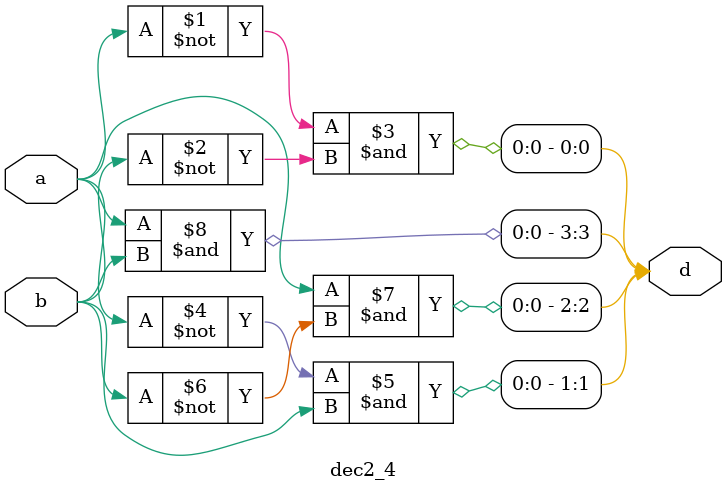
<source format=v>
module dec2_4(
input a,b,
output [3:0]d);
assign d[0]= ~a&~b;
assign d[1]= ~a&b;
assign d[2]= a&~b;
assign d[3]= a&b;
endmodule

</source>
